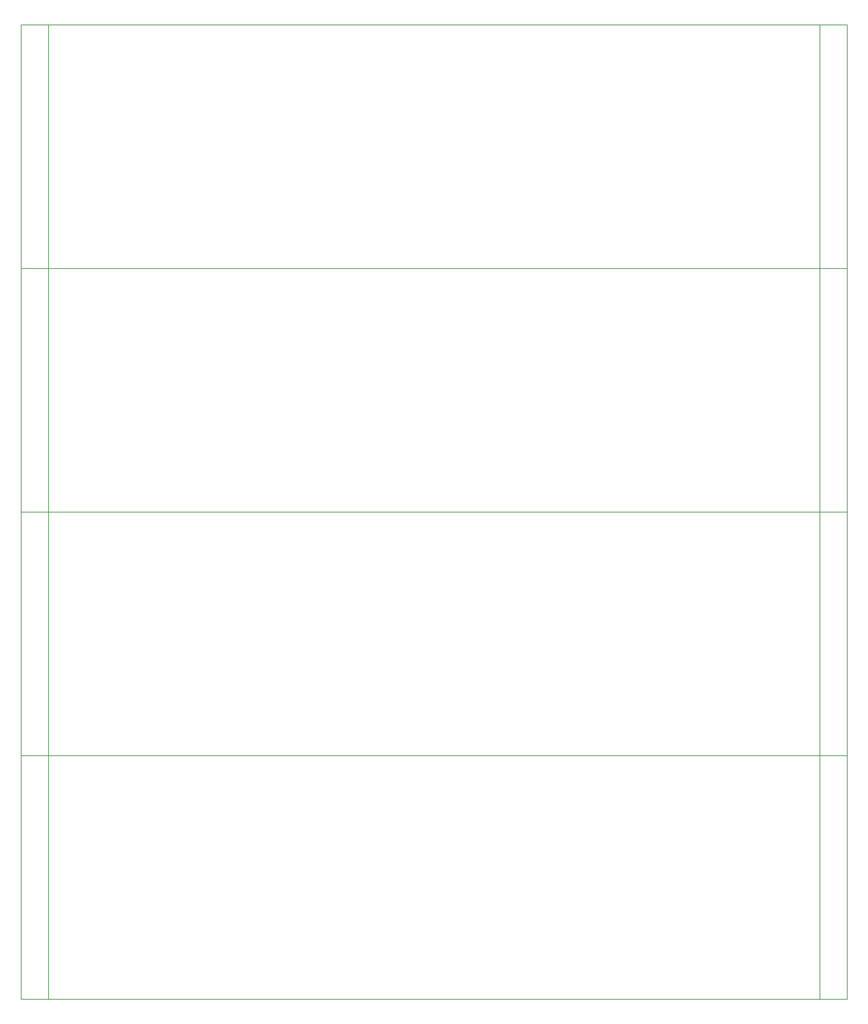
<source format=gbr>
*
%FSLAX26Y26*%
%MOIN*%
%ADD10C,0.010000*%
%IPPOS*%
%LNgko*%
%LPD*%
G75*
G54D10*
X0Y0D02*
X11100000D01*
Y2245280D01*
Y3503940D01*
X0D02*
X11100000D01*
X0Y0D02*
Y3503940D01*
Y3503940D02*
X11100000D01*
Y5749220D01*
Y7007880D01*
X0D02*
X11100000D01*
X0Y3503940D02*
Y7007880D01*
Y7007880D02*
X11100000D01*
Y9253160D01*
Y10511820D01*
X0D02*
X11100000D01*
X0Y7007880D02*
Y10511820D01*
Y10511820D02*
X11100000D01*
Y12757100D01*
Y14015760D01*
X0D02*
X11100000D01*
X0Y10511820D02*
Y14015760D01*
X-393701Y0D02*
X11493701D01*
X11100000D02*
Y2245280D01*
Y2284650D02*
Y3503940D01*
X-393701D02*
X11493701D01*
X0Y0D02*
Y3503940D01*
Y3503940D02*
X11100000D01*
Y5749220D01*
Y5788590D02*
Y7007880D01*
X-393701D02*
X11493701D01*
X0Y3503940D02*
Y7007880D01*
Y7007880D02*
X11100000D01*
Y9253160D01*
Y9292530D02*
Y10511820D01*
X-393701D02*
X11493701D01*
X0Y7007880D02*
Y10511820D01*
Y10511820D02*
X11100000D01*
Y12757100D01*
Y12796470D02*
Y14015760D01*
X-393701D02*
X11493701D01*
X0Y10511820D02*
Y14015760D01*
X-393701Y0D02*
Y14015760D01*
X11493701Y0D02*
Y14015760D01*
M02*

</source>
